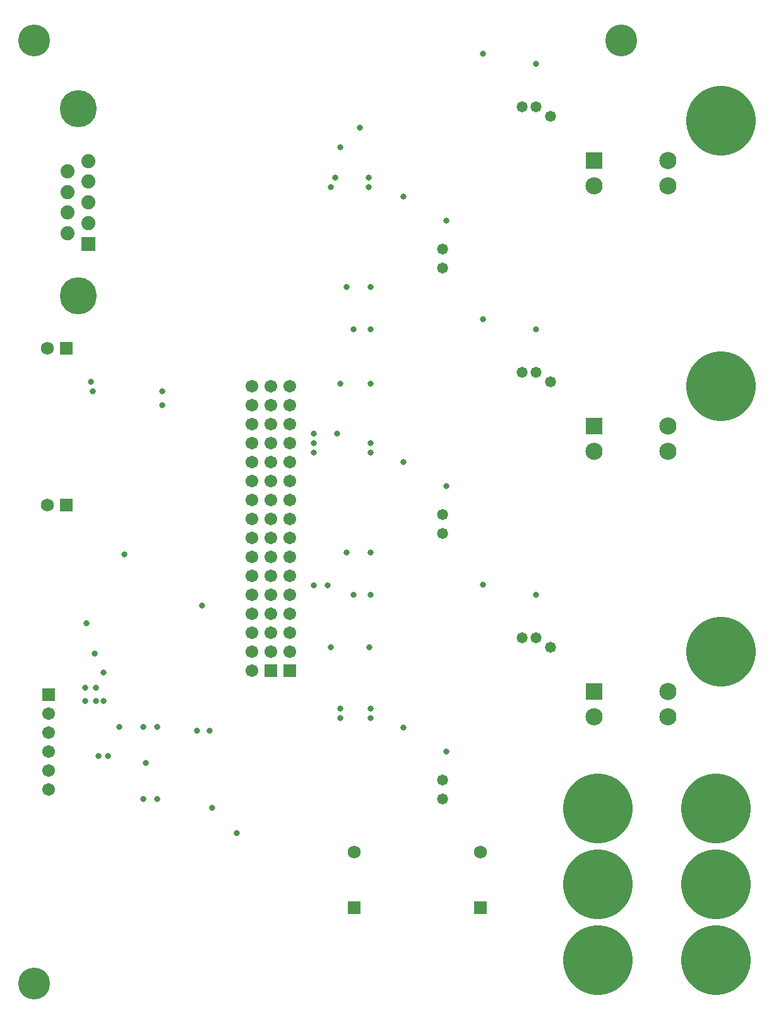
<source format=gbs>
G04*
G04 #@! TF.GenerationSoftware,Altium Limited,Altium Designer,19.1.7 (138)*
G04*
G04 Layer_Color=16711935*
%FSLAX25Y25*%
%MOIN*%
G70*
G01*
G75*
%ADD35C,0.19540*%
%ADD36R,0.07453X0.07453*%
%ADD37C,0.07453*%
%ADD38C,0.06706*%
%ADD39R,0.06706X0.06706*%
%ADD40C,0.06800*%
%ADD41R,0.06800X0.06800*%
%ADD42R,0.06800X0.06800*%
%ADD43C,0.09068*%
%ADD44R,0.09068X0.09068*%
%ADD45C,0.03200*%
%ADD46C,0.16800*%
%ADD47C,0.36800*%
%ADD48C,0.05800*%
D35*
X420590Y576240D02*
D03*
Y477854D02*
D03*
D36*
X426181Y505236D02*
D03*
D37*
X415000Y510689D02*
D03*
X426181Y516142D02*
D03*
X415000Y521594D02*
D03*
X426181Y527047D02*
D03*
X415000Y532500D02*
D03*
X426181Y537953D02*
D03*
X415000Y543405D02*
D03*
X426181Y548858D02*
D03*
D38*
X512500Y430000D02*
D03*
X522500D02*
D03*
X512500Y420000D02*
D03*
X522500D02*
D03*
X512500Y410000D02*
D03*
X522500D02*
D03*
X512500Y400000D02*
D03*
X522500D02*
D03*
X512500Y390000D02*
D03*
X522500D02*
D03*
X512500Y380000D02*
D03*
X522500D02*
D03*
X512500Y370000D02*
D03*
X522500D02*
D03*
X512500Y360000D02*
D03*
X522500D02*
D03*
X512500Y350000D02*
D03*
X522500D02*
D03*
X512500Y340000D02*
D03*
X522500D02*
D03*
X512500Y330000D02*
D03*
X522500D02*
D03*
X512500Y320000D02*
D03*
X522500D02*
D03*
X512500Y310000D02*
D03*
X522500D02*
D03*
X512500Y300000D02*
D03*
X522500D02*
D03*
X512500Y290000D02*
D03*
X522500D02*
D03*
X512500Y280000D02*
D03*
X532500Y290000D02*
D03*
Y300000D02*
D03*
Y310000D02*
D03*
Y320000D02*
D03*
Y330000D02*
D03*
Y340000D02*
D03*
Y350000D02*
D03*
Y360000D02*
D03*
Y370000D02*
D03*
Y380000D02*
D03*
Y390000D02*
D03*
Y400000D02*
D03*
Y410000D02*
D03*
Y420000D02*
D03*
Y430000D02*
D03*
X405000Y257500D02*
D03*
Y247500D02*
D03*
Y237500D02*
D03*
Y227500D02*
D03*
Y217500D02*
D03*
D39*
X522500Y280000D02*
D03*
X532500D02*
D03*
X405000Y267500D02*
D03*
D40*
X404500Y367500D02*
D03*
Y450000D02*
D03*
X566500Y184500D02*
D03*
X633000D02*
D03*
D41*
X414343Y367500D02*
D03*
Y450000D02*
D03*
D42*
X566500Y155000D02*
D03*
X633000D02*
D03*
D43*
X693012Y255807D02*
D03*
X731988D02*
D03*
Y269193D02*
D03*
X693012Y395807D02*
D03*
X731988D02*
D03*
Y409193D02*
D03*
Y549193D02*
D03*
Y535807D02*
D03*
X693012D02*
D03*
D44*
Y269193D02*
D03*
Y409193D02*
D03*
Y549193D02*
D03*
D45*
X554000Y292500D02*
D03*
X574500D02*
D03*
X465000Y420000D02*
D03*
Y427500D02*
D03*
X427500Y432500D02*
D03*
X428500Y427500D02*
D03*
X462500Y212500D02*
D03*
X455000D02*
D03*
X424500Y264000D02*
D03*
Y271000D02*
D03*
X430000D02*
D03*
X436500Y235000D02*
D03*
X456500Y231500D02*
D03*
X490000Y248500D02*
D03*
X429500Y289000D02*
D03*
X486000Y314500D02*
D03*
X445000Y341500D02*
D03*
X483500Y248500D02*
D03*
X559000Y255000D02*
D03*
Y260000D02*
D03*
X562500Y342500D02*
D03*
X559000Y431500D02*
D03*
X431500Y235000D02*
D03*
X557500Y405000D02*
D03*
X552500Y325000D02*
D03*
X545000Y395000D02*
D03*
Y400000D02*
D03*
Y405000D02*
D03*
Y325000D02*
D03*
X434000Y279000D02*
D03*
Y264000D02*
D03*
X430000D02*
D03*
X504500Y194445D02*
D03*
X455000Y250500D02*
D03*
X442500D02*
D03*
X425000Y305047D02*
D03*
X566000Y320000D02*
D03*
X554000Y535000D02*
D03*
X559000Y556000D02*
D03*
X562500Y482500D02*
D03*
X556500Y540000D02*
D03*
X569500Y566500D02*
D03*
X575000Y482500D02*
D03*
X566000Y460000D02*
D03*
X575000D02*
D03*
Y320000D02*
D03*
Y342500D02*
D03*
Y431500D02*
D03*
Y400000D02*
D03*
X574000Y535000D02*
D03*
Y540000D02*
D03*
X575000Y395000D02*
D03*
Y260000D02*
D03*
Y255000D02*
D03*
X634494Y325506D02*
D03*
Y465506D02*
D03*
X634500Y605500D02*
D03*
X491500Y207720D02*
D03*
X462500Y250500D02*
D03*
X615000Y237500D02*
D03*
X592500Y250000D02*
D03*
X662500Y320000D02*
D03*
X615000Y377500D02*
D03*
X592500Y390000D02*
D03*
X662500Y460000D02*
D03*
X615000Y517500D02*
D03*
X592500Y530000D02*
D03*
X662500Y600000D02*
D03*
D46*
X397500Y115000D02*
D03*
Y612500D02*
D03*
X707500D02*
D03*
D47*
X695000Y167500D02*
D03*
Y127500D02*
D03*
X757500D02*
D03*
X695000Y207500D02*
D03*
X757500D02*
D03*
Y167500D02*
D03*
X760000Y570000D02*
D03*
Y290000D02*
D03*
Y430000D02*
D03*
D48*
X655000Y297500D02*
D03*
X662500D02*
D03*
X670000Y292500D02*
D03*
X613000Y222500D02*
D03*
Y212500D02*
D03*
X670000Y432500D02*
D03*
X655000Y437500D02*
D03*
X662500D02*
D03*
X613000Y362500D02*
D03*
Y352500D02*
D03*
X662500Y577500D02*
D03*
X670000Y572500D02*
D03*
X655000Y577500D02*
D03*
X613000Y502500D02*
D03*
Y492500D02*
D03*
M02*

</source>
